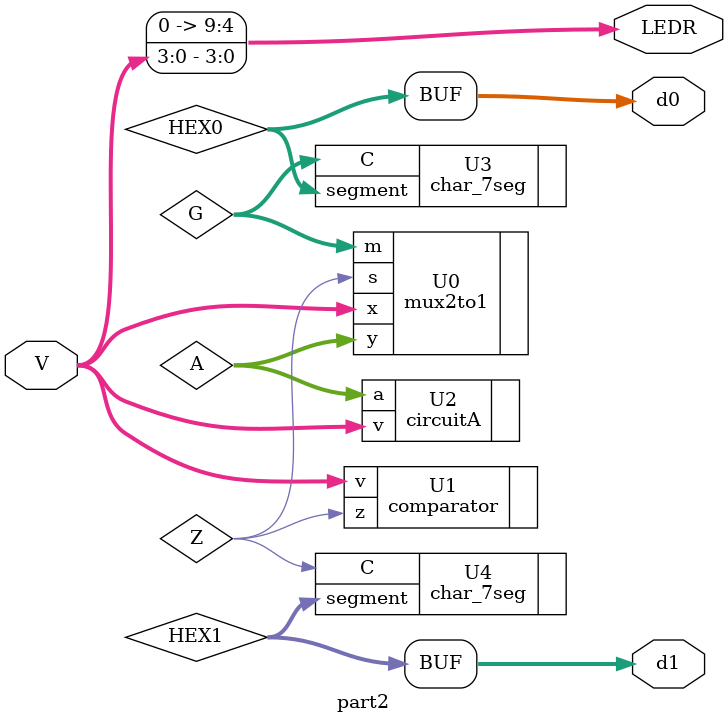
<source format=v>
module part2(V, LEDR, d0, d1);
input [3:0] V;

output [9:0] LEDR;
output [0:6] d0, d1;

wire [3:0] A, G;
wire [6:0] HEX0, HEX1;
wire Z;

assign LEDR[9:4] = 0; 
assign LEDR[3:0] = V;
assign d0 = HEX0;
assign d1 = HEX1;

comparator U1(.v(V), .z(Z));
circuitA U2(.v(V), .a(A));
mux2to1 U0(.x(V), .y(A), .s(Z), .m(G));
char_7seg U3(.C(G), .segment(HEX0));
char_7seg U4(.C(Z), .segment(HEX1));

endmodule
</source>
